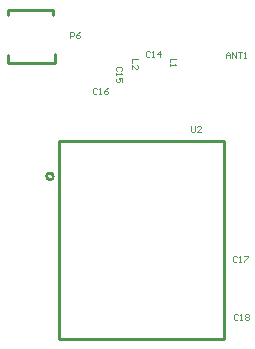
<source format=gto>
%FSLAX25Y25*%
%MOIN*%
G70*
G01*
G75*
%ADD10C,0.01969*%
%ADD11R,0.04134X0.08661*%
%ADD12R,0.03937X0.04134*%
%ADD13R,0.05118X0.08071*%
%ADD14R,0.04724X0.02756*%
%ADD15R,0.04724X0.04724*%
%ADD16R,0.02756X0.04724*%
%ADD17R,0.09449X0.07480*%
%ADD18R,0.02362X0.01969*%
%ADD19R,0.01969X0.02362*%
%ADD20C,0.01000*%
%ADD21C,0.02200*%
%ADD22R,0.07874X0.07874*%
%ADD23C,0.00394*%
D20*
X294701Y327716D02*
G03*
X294701Y327716I-1134J0D01*
G01*
X279429Y381398D02*
Y383366D01*
X294587D01*
Y381398D02*
Y383366D01*
X279429Y365453D02*
Y368307D01*
Y365453D02*
X295079D01*
Y368406D01*
X351492Y273484D02*
Y339429D01*
X296571Y273484D02*
X351492D01*
X296571Y339429D02*
X351492D01*
X296571Y273484D02*
Y339429D01*
D23*
X300394Y373917D02*
Y375885D01*
X301378D01*
X301706Y375557D01*
Y374901D01*
X301378Y374573D01*
X300394D01*
X303674Y375885D02*
X303017Y375557D01*
X302362Y374901D01*
Y374245D01*
X302690Y373917D01*
X303345D01*
X303674Y374245D01*
Y374573D01*
X303345Y374901D01*
X302362D01*
X352362Y367126D02*
Y368438D01*
X353018Y369094D01*
X353674Y368438D01*
Y367126D01*
Y368110D01*
X352362D01*
X354330Y367126D02*
Y369094D01*
X355642Y367126D01*
Y369094D01*
X356298D02*
X357610D01*
X356954D01*
Y367126D01*
X358266D02*
X358922D01*
X358594D01*
Y369094D01*
X358266Y368766D01*
X340650Y344389D02*
Y342749D01*
X340978Y342421D01*
X341634D01*
X341962Y342749D01*
Y344389D01*
X343929Y342421D02*
X342618D01*
X343929Y343733D01*
Y344061D01*
X343601Y344389D01*
X342945D01*
X342618Y344061D01*
X322834Y366929D02*
X320866D01*
Y365617D01*
Y363649D02*
Y364961D01*
X322178Y363649D01*
X322506D01*
X322834Y363977D01*
Y364633D01*
X322506Y364961D01*
X335432Y367028D02*
X333465D01*
Y365716D01*
Y365060D02*
Y364404D01*
Y364732D01*
X335432D01*
X335104Y365060D01*
X326903Y369061D02*
X326574Y369389D01*
X325919D01*
X325591Y369061D01*
Y367749D01*
X325919Y367421D01*
X326574D01*
X326903Y367749D01*
X327558Y367421D02*
X328214D01*
X327886D01*
Y369389D01*
X327558Y369061D01*
X330182Y367421D02*
Y369389D01*
X329198Y368405D01*
X330510D01*
X356135Y281463D02*
X355807Y281791D01*
X355151D01*
X354823Y281463D01*
Y280151D01*
X355151Y279823D01*
X355807D01*
X356135Y280151D01*
X356791Y279823D02*
X357447D01*
X357119D01*
Y281791D01*
X356791Y281463D01*
X358431D02*
X358759Y281791D01*
X359415D01*
X359742Y281463D01*
Y281135D01*
X359415Y280807D01*
X359742Y280479D01*
Y280151D01*
X359415Y279823D01*
X358759D01*
X358431Y280151D01*
Y280479D01*
X358759Y280807D01*
X358431Y281135D01*
Y281463D01*
X358759Y280807D02*
X359415D01*
X355938Y300754D02*
X355610Y301082D01*
X354954D01*
X354626Y300754D01*
Y299442D01*
X354954Y299114D01*
X355610D01*
X355938Y299442D01*
X356594Y299114D02*
X357250D01*
X356922D01*
Y301082D01*
X356594Y300754D01*
X358234Y301082D02*
X359546D01*
Y300754D01*
X358234Y299442D01*
Y299114D01*
X317191Y362960D02*
X317519Y363288D01*
Y363944D01*
X317191Y364272D01*
X315879D01*
X315551Y363944D01*
Y363288D01*
X315879Y362960D01*
X315551Y362304D02*
Y361648D01*
Y361976D01*
X317519D01*
X317191Y362304D01*
X317519Y359352D02*
Y360664D01*
X316535D01*
X316863Y360008D01*
Y359680D01*
X316535Y359352D01*
X315879D01*
X315551Y359680D01*
Y360336D01*
X315879Y360664D01*
X309284Y356758D02*
X308956Y357086D01*
X308300D01*
X307972Y356758D01*
Y355446D01*
X308300Y355118D01*
X308956D01*
X309284Y355446D01*
X309940Y355118D02*
X310596D01*
X310268D01*
Y357086D01*
X309940Y356758D01*
X312892Y357086D02*
X312236Y356758D01*
X311580Y356102D01*
Y355446D01*
X311908Y355118D01*
X312564D01*
X312892Y355446D01*
Y355774D01*
X312564Y356102D01*
X311580D01*
M02*

</source>
